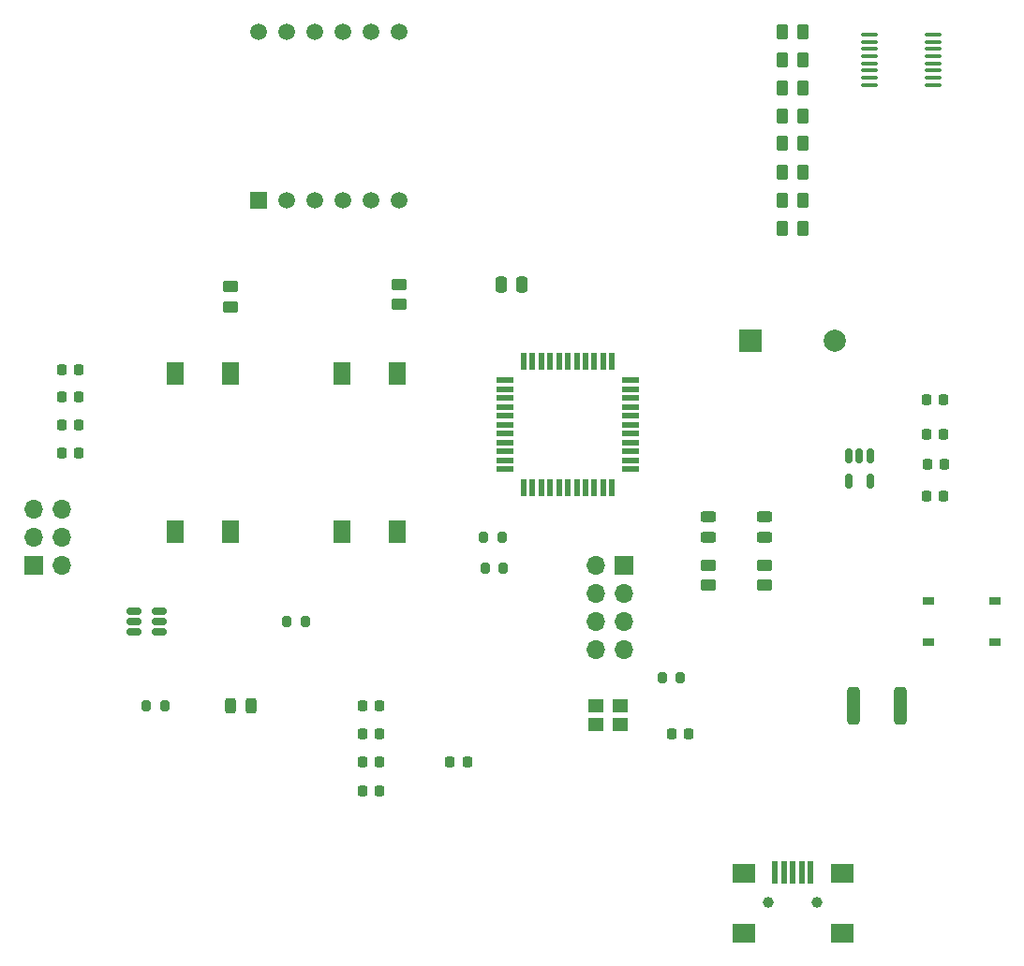
<source format=gbr>
%TF.GenerationSoftware,KiCad,Pcbnew,(7.0.0-0)*%
%TF.CreationDate,2023-05-29T15:25:59-06:00*%
%TF.ProjectId,Phase_B_ATMEGA_v3,50686173-655f-4425-9f41-544d4547415f,rev?*%
%TF.SameCoordinates,Original*%
%TF.FileFunction,Soldermask,Top*%
%TF.FilePolarity,Negative*%
%FSLAX46Y46*%
G04 Gerber Fmt 4.6, Leading zero omitted, Abs format (unit mm)*
G04 Created by KiCad (PCBNEW (7.0.0-0)) date 2023-05-29 15:25:59*
%MOMM*%
%LPD*%
G01*
G04 APERTURE LIST*
G04 Aperture macros list*
%AMRoundRect*
0 Rectangle with rounded corners*
0 $1 Rounding radius*
0 $2 $3 $4 $5 $6 $7 $8 $9 X,Y pos of 4 corners*
0 Add a 4 corners polygon primitive as box body*
4,1,4,$2,$3,$4,$5,$6,$7,$8,$9,$2,$3,0*
0 Add four circle primitives for the rounded corners*
1,1,$1+$1,$2,$3*
1,1,$1+$1,$4,$5*
1,1,$1+$1,$6,$7*
1,1,$1+$1,$8,$9*
0 Add four rect primitives between the rounded corners*
20,1,$1+$1,$2,$3,$4,$5,0*
20,1,$1+$1,$4,$5,$6,$7,0*
20,1,$1+$1,$6,$7,$8,$9,0*
20,1,$1+$1,$8,$9,$2,$3,0*%
G04 Aperture macros list end*
%ADD10RoundRect,0.250000X0.450000X-0.262500X0.450000X0.262500X-0.450000X0.262500X-0.450000X-0.262500X0*%
%ADD11RoundRect,0.243750X-0.243750X-0.456250X0.243750X-0.456250X0.243750X0.456250X-0.243750X0.456250X0*%
%ADD12RoundRect,0.225000X-0.225000X-0.250000X0.225000X-0.250000X0.225000X0.250000X-0.225000X0.250000X0*%
%ADD13RoundRect,0.200000X0.200000X0.275000X-0.200000X0.275000X-0.200000X-0.275000X0.200000X-0.275000X0*%
%ADD14RoundRect,0.250000X-0.312500X-1.450000X0.312500X-1.450000X0.312500X1.450000X-0.312500X1.450000X0*%
%ADD15RoundRect,0.250000X-0.262500X-0.450000X0.262500X-0.450000X0.262500X0.450000X-0.262500X0.450000X0*%
%ADD16RoundRect,0.200000X-0.200000X-0.275000X0.200000X-0.275000X0.200000X0.275000X-0.200000X0.275000X0*%
%ADD17RoundRect,0.243750X0.456250X-0.243750X0.456250X0.243750X-0.456250X0.243750X-0.456250X-0.243750X0*%
%ADD18R,1.400000X1.200000*%
%ADD19R,1.500000X2.000000*%
%ADD20C,1.000000*%
%ADD21R,0.500000X2.000000*%
%ADD22R,2.000000X1.700000*%
%ADD23R,2.000000X2.000000*%
%ADD24C,2.000000*%
%ADD25R,1.700000X1.700000*%
%ADD26O,1.700000X1.700000*%
%ADD27RoundRect,0.250000X-0.250000X-0.475000X0.250000X-0.475000X0.250000X0.475000X-0.250000X0.475000X0*%
%ADD28RoundRect,0.150000X-0.150000X0.512500X-0.150000X-0.512500X0.150000X-0.512500X0.150000X0.512500X0*%
%ADD29R,1.500000X0.550000*%
%ADD30R,0.550000X1.500000*%
%ADD31R,1.500000X1.500000*%
%ADD32C,1.500000*%
%ADD33R,1.000000X0.700000*%
%ADD34RoundRect,0.100000X-0.637500X-0.100000X0.637500X-0.100000X0.637500X0.100000X-0.637500X0.100000X0*%
%ADD35RoundRect,0.150000X-0.512500X-0.150000X0.512500X-0.150000X0.512500X0.150000X-0.512500X0.150000X0*%
G04 APERTURE END LIST*
D10*
%TO.C,R3*%
X78740000Y-72945000D03*
X78740000Y-71120000D03*
%TD*%
D11*
%TO.C,D3*%
X35560000Y-83820000D03*
X37435000Y-83820000D03*
%TD*%
D12*
%TO.C,C4*%
X47485000Y-83820000D03*
X49035000Y-83820000D03*
%TD*%
D13*
%TO.C,R14*%
X60209305Y-71365909D03*
X58559305Y-71365909D03*
%TD*%
D14*
%TO.C,F1*%
X91842500Y-83820000D03*
X96117500Y-83820000D03*
%TD*%
D12*
%TO.C,C7*%
X47485000Y-91560000D03*
X49035000Y-91560000D03*
%TD*%
D15*
%TO.C,R10*%
X85427391Y-35561215D03*
X87252391Y-35561215D03*
%TD*%
D10*
%TO.C,R2*%
X50800000Y-47545000D03*
X50800000Y-45720000D03*
%TD*%
D12*
%TO.C,C10*%
X20320000Y-55940000D03*
X21870000Y-55940000D03*
%TD*%
D16*
%TO.C,R15*%
X40640000Y-76200000D03*
X42290000Y-76200000D03*
%TD*%
D10*
%TO.C,R4*%
X83820000Y-72945000D03*
X83820000Y-71120000D03*
%TD*%
D12*
%TO.C,C1*%
X98460000Y-56145000D03*
X100010000Y-56145000D03*
%TD*%
%TO.C,C14*%
X98546503Y-62022295D03*
X100096503Y-62022295D03*
%TD*%
%TO.C,C13*%
X98463299Y-59276572D03*
X100013299Y-59276572D03*
%TD*%
D17*
%TO.C,D1*%
X78740000Y-68580000D03*
X78740000Y-66705000D03*
%TD*%
D18*
%TO.C,Y1*%
X68579999Y-85519999D03*
X70779999Y-85519999D03*
X70779999Y-83819999D03*
X68579999Y-83819999D03*
%TD*%
D19*
%TO.C,S2*%
X45619999Y-68109999D03*
X45619999Y-53809999D03*
X50619999Y-68109999D03*
X50619999Y-53809999D03*
%TD*%
D12*
%TO.C,C6*%
X47485000Y-88900000D03*
X49035000Y-88900000D03*
%TD*%
D16*
%TO.C,R17*%
X74550000Y-81280000D03*
X76200000Y-81280000D03*
%TD*%
D19*
%TO.C,S1*%
X30519999Y-68109999D03*
X30519999Y-53809999D03*
X35519999Y-68109999D03*
X35519999Y-53809999D03*
%TD*%
D20*
%TO.C,J2*%
X84160000Y-101600000D03*
X88560000Y-101600000D03*
D21*
X84759999Y-98899999D03*
X85559999Y-98899999D03*
X86359999Y-98899999D03*
X87159999Y-98899999D03*
X87959999Y-98899999D03*
D22*
X81909999Y-98999999D03*
X81909999Y-104449999D03*
X90809999Y-98999999D03*
X90809999Y-104449999D03*
%TD*%
D12*
%TO.C,C3*%
X75425000Y-86360000D03*
X76975000Y-86360000D03*
%TD*%
D15*
%TO.C,R8*%
X85447500Y-30480000D03*
X87272500Y-30480000D03*
%TD*%
D16*
%TO.C,R16*%
X27940000Y-83820000D03*
X29590000Y-83820000D03*
%TD*%
D23*
%TO.C,LS1*%
X82559999Y-50799999D03*
D24*
X90160000Y-50800000D03*
%TD*%
D15*
%TO.C,R11*%
X85427391Y-38101215D03*
X87252391Y-38101215D03*
%TD*%
D25*
%TO.C,J3*%
X71119999Y-71119999D03*
D26*
X68579999Y-71119999D03*
X71119999Y-73659999D03*
X68579999Y-73659999D03*
X71119999Y-76199999D03*
X68579999Y-76199999D03*
X71119999Y-78739999D03*
X68579999Y-78739999D03*
%TD*%
D13*
%TO.C,R13*%
X60070000Y-68580000D03*
X58420000Y-68580000D03*
%TD*%
D27*
%TO.C,C8*%
X60010000Y-45720000D03*
X61910000Y-45720000D03*
%TD*%
D25*
%TO.C,J1*%
X17779999Y-71119999D03*
D26*
X20319999Y-71119999D03*
X17779999Y-68579999D03*
X20319999Y-68579999D03*
X17779999Y-66039999D03*
X20319999Y-66039999D03*
%TD*%
D12*
%TO.C,C5*%
X47485000Y-86360000D03*
X49035000Y-86360000D03*
%TD*%
D15*
%TO.C,R5*%
X85447500Y-22860000D03*
X87272500Y-22860000D03*
%TD*%
D17*
%TO.C,D2*%
X83820000Y-68580000D03*
X83820000Y-66705000D03*
%TD*%
D28*
%TO.C,U5*%
X93340000Y-61225000D03*
X92390000Y-61225000D03*
X91440000Y-61225000D03*
X91440000Y-63500000D03*
X93340000Y-63500000D03*
%TD*%
D15*
%TO.C,R6*%
X85447500Y-25400000D03*
X87272500Y-25400000D03*
%TD*%
D29*
%TO.C,U3*%
X60339999Y-54419999D03*
X60339999Y-55219999D03*
X60339999Y-56019999D03*
X60339999Y-56819999D03*
X60339999Y-57619999D03*
X60339999Y-58419999D03*
X60339999Y-59219999D03*
X60339999Y-60019999D03*
X60339999Y-60819999D03*
X60339999Y-61619999D03*
X60339999Y-62419999D03*
D30*
X62039999Y-64119999D03*
X62839999Y-64119999D03*
X63639999Y-64119999D03*
X64439999Y-64119999D03*
X65239999Y-64119999D03*
X66039999Y-64119999D03*
X66839999Y-64119999D03*
X67639999Y-64119999D03*
X68439999Y-64119999D03*
X69239999Y-64119999D03*
X70039999Y-64119999D03*
D29*
X71739999Y-62419999D03*
X71739999Y-61619999D03*
X71739999Y-60819999D03*
X71739999Y-60019999D03*
X71739999Y-59219999D03*
X71739999Y-58419999D03*
X71739999Y-57619999D03*
X71739999Y-56819999D03*
X71739999Y-56019999D03*
X71739999Y-55219999D03*
X71739999Y-54419999D03*
D30*
X70039999Y-52719999D03*
X69239999Y-52719999D03*
X68439999Y-52719999D03*
X67639999Y-52719999D03*
X66839999Y-52719999D03*
X66039999Y-52719999D03*
X65239999Y-52719999D03*
X64439999Y-52719999D03*
X63639999Y-52719999D03*
X62839999Y-52719999D03*
X62039999Y-52719999D03*
%TD*%
D31*
%TO.C,U1*%
X38099999Y-38099999D03*
D32*
X40640000Y-38100000D03*
X43180000Y-38100000D03*
X45720000Y-38100000D03*
X48260000Y-38100000D03*
X50800000Y-38100000D03*
X50800000Y-22860000D03*
X48260000Y-22860000D03*
X45720000Y-22860000D03*
X43180000Y-22860000D03*
X40640000Y-22860000D03*
X38100000Y-22860000D03*
%TD*%
D33*
%TO.C,S3*%
X98599999Y-74349999D03*
X104599999Y-74349999D03*
X98599999Y-78049999D03*
X104599999Y-78049999D03*
%TD*%
D12*
%TO.C,C15*%
X98463299Y-64851221D03*
X100013299Y-64851221D03*
%TD*%
D10*
%TO.C,R1*%
X35560000Y-47767500D03*
X35560000Y-45942500D03*
%TD*%
D12*
%TO.C,C9*%
X20320000Y-53430000D03*
X21870000Y-53430000D03*
%TD*%
%TO.C,C11*%
X20320000Y-58450000D03*
X21870000Y-58450000D03*
%TD*%
D34*
%TO.C,U2*%
X93335000Y-23125000D03*
X93335000Y-23775000D03*
X93335000Y-24425000D03*
X93335000Y-25075000D03*
X93335000Y-25725000D03*
X93335000Y-26375000D03*
X93335000Y-27025000D03*
X93335000Y-27675000D03*
X99060000Y-27675000D03*
X99060000Y-27025000D03*
X99060000Y-26375000D03*
X99060000Y-25725000D03*
X99060000Y-25075000D03*
X99060000Y-24425000D03*
X99060000Y-23775000D03*
X99060000Y-23125000D03*
%TD*%
D15*
%TO.C,R9*%
X85457882Y-32978447D03*
X87282882Y-32978447D03*
%TD*%
D35*
%TO.C,U4*%
X26802500Y-75250000D03*
X26802500Y-76200000D03*
X26802500Y-77150000D03*
X29077500Y-77150000D03*
X29077500Y-76200000D03*
X29077500Y-75250000D03*
%TD*%
D15*
%TO.C,R7*%
X85447500Y-27940000D03*
X87272500Y-27940000D03*
%TD*%
D12*
%TO.C,C12*%
X20320000Y-60960000D03*
X21870000Y-60960000D03*
%TD*%
D15*
%TO.C,R12*%
X85427391Y-40641215D03*
X87252391Y-40641215D03*
%TD*%
D12*
%TO.C,C2*%
X55400000Y-88900000D03*
X56950000Y-88900000D03*
%TD*%
M02*

</source>
